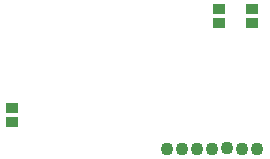
<source format=gbr>
G04 EAGLE Gerber RS-274X export*
G75*
%MOMM*%
%FSLAX34Y34*%
%LPD*%
%INSoldermask Bottom*%
%IPPOS*%
%AMOC8*
5,1,8,0,0,1.08239X$1,22.5*%
G01*
%ADD10C,1.101600*%
%ADD11R,1.001600X0.951600*%


D10*
X287850Y5650D03*
X300350Y5650D03*
X313250Y5550D03*
X325950Y5650D03*
X338650Y5750D03*
X351300Y5650D03*
X364100Y5650D03*
D11*
X157000Y39800D03*
X157000Y28200D03*
X332000Y123800D03*
X332000Y112200D03*
X360000Y123800D03*
X360000Y112200D03*
M02*

</source>
